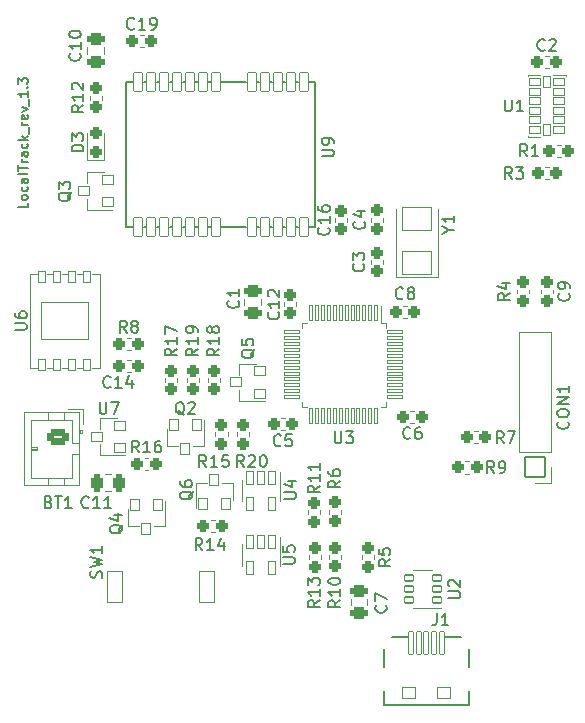
<source format=gbr>
%TF.GenerationSoftware,KiCad,Pcbnew,6.0.11+dfsg-1*%
%TF.CreationDate,2024-04-11T02:19:39+03:00*%
%TF.ProjectId,LocalTrack,4c6f6361-6c54-4726-9163-6b2e6b696361,1.3*%
%TF.SameCoordinates,PX7270e00PY47868c0*%
%TF.FileFunction,Legend,Top*%
%TF.FilePolarity,Positive*%
%FSLAX46Y46*%
G04 Gerber Fmt 4.6, Leading zero omitted, Abs format (unit mm)*
G04 Created by KiCad (PCBNEW 6.0.11+dfsg-1) date 2024-04-11 02:19:39*
%MOMM*%
%LPD*%
G01*
G04 APERTURE LIST*
G04 Aperture macros list*
%AMRoundRect*
0 Rectangle with rounded corners*
0 $1 Rounding radius*
0 $2 $3 $4 $5 $6 $7 $8 $9 X,Y pos of 4 corners*
0 Add a 4 corners polygon primitive as box body*
4,1,4,$2,$3,$4,$5,$6,$7,$8,$9,$2,$3,0*
0 Add four circle primitives for the rounded corners*
1,1,$1+$1,$2,$3*
1,1,$1+$1,$4,$5*
1,1,$1+$1,$6,$7*
1,1,$1+$1,$8,$9*
0 Add four rect primitives between the rounded corners*
20,1,$1+$1,$2,$3,$4,$5,0*
20,1,$1+$1,$4,$5,$6,$7,0*
20,1,$1+$1,$6,$7,$8,$9,0*
20,1,$1+$1,$8,$9,$2,$3,0*%
G04 Aperture macros list end*
%ADD10C,0.150000*%
%ADD11C,0.120000*%
%ADD12C,0.700000*%
%ADD13RoundRect,0.050000X-0.200000X-0.950000X0.200000X-0.950000X0.200000X0.950000X-0.200000X0.950000X0*%
%ADD14RoundRect,0.050000X-0.550000X-0.500000X0.550000X-0.500000X0.550000X0.500000X-0.550000X0.500000X0*%
%ADD15O,1.200000X1.900000*%
%ADD16RoundRect,0.050000X-0.300000X0.500000X-0.300000X-0.500000X0.300000X-0.500000X0.300000X0.500000X0*%
%ADD17RoundRect,0.050000X-2.000000X1.600000X-2.000000X-1.600000X2.000000X-1.600000X2.000000X1.600000X0*%
%ADD18RoundRect,0.050000X0.350000X-0.800000X0.350000X0.800000X-0.350000X0.800000X-0.350000X-0.800000X0*%
%ADD19C,3.300000*%
%ADD20RoundRect,0.268750X-0.218750X-0.256250X0.218750X-0.256250X0.218750X0.256250X-0.218750X0.256250X0*%
%ADD21RoundRect,0.050000X0.350000X0.255000X-0.350000X0.255000X-0.350000X-0.255000X0.350000X-0.255000X0*%
%ADD22RoundRect,0.268750X0.256250X-0.218750X0.256250X0.218750X-0.256250X0.218750X-0.256250X-0.218750X0*%
%ADD23RoundRect,0.268750X0.218750X0.256250X-0.218750X0.256250X-0.218750X-0.256250X0.218750X-0.256250X0*%
%ADD24RoundRect,0.050000X-0.125000X0.650000X-0.125000X-0.650000X0.125000X-0.650000X0.125000X0.650000X0*%
%ADD25RoundRect,0.050000X-0.650000X-0.125000X0.650000X-0.125000X0.650000X0.125000X-0.650000X0.125000X0*%
%ADD26RoundRect,0.050000X-0.325000X0.530000X-0.325000X-0.530000X0.325000X-0.530000X0.325000X0.530000X0*%
%ADD27RoundRect,0.268750X-0.256250X0.218750X-0.256250X-0.218750X0.256250X-0.218750X0.256250X0.218750X0*%
%ADD28RoundRect,0.050000X0.450000X0.400000X-0.450000X0.400000X-0.450000X-0.400000X0.450000X-0.400000X0*%
%ADD29RoundRect,0.050000X0.850000X0.850000X-0.850000X0.850000X-0.850000X-0.850000X0.850000X-0.850000X0*%
%ADD30O,1.800000X1.800000*%
%ADD31RoundRect,0.050000X0.475000X0.300000X-0.475000X0.300000X-0.475000X-0.300000X0.475000X-0.300000X0*%
%ADD32RoundRect,0.050000X0.300000X0.475000X-0.300000X0.475000X-0.300000X-0.475000X0.300000X-0.475000X0*%
%ADD33RoundRect,0.050000X1.200000X-1.000000X1.200000X1.000000X-1.200000X1.000000X-1.200000X-1.000000X0*%
%ADD34RoundRect,0.293750X0.456250X-0.243750X0.456250X0.243750X-0.456250X0.243750X-0.456250X-0.243750X0*%
%ADD35RoundRect,0.293750X-0.456250X0.243750X-0.456250X-0.243750X0.456250X-0.243750X0.456250X0.243750X0*%
%ADD36RoundRect,0.050000X-0.400000X0.450000X-0.400000X-0.450000X0.400000X-0.450000X0.400000X0.450000X0*%
%ADD37RoundRect,0.299600X-0.625400X0.350400X-0.625400X-0.350400X0.625400X-0.350400X0.625400X0.350400X0*%
%ADD38O,1.850000X1.300000*%
%ADD39RoundRect,0.050000X0.400000X-0.450000X0.400000X0.450000X-0.400000X0.450000X-0.400000X-0.450000X0*%
%ADD40RoundRect,0.293750X-0.243750X-0.456250X0.243750X-0.456250X0.243750X0.456250X-0.243750X0.456250X0*%
%ADD41RoundRect,0.050000X-0.650000X-1.300000X0.650000X-1.300000X0.650000X1.300000X-0.650000X1.300000X0*%
%ADD42C,1.600000*%
G04 APERTURE END LIST*
D10*
X2761904Y-32466666D02*
X2761904Y-32847619D01*
X1961904Y-32847619D01*
X2761904Y-32085714D02*
X2723809Y-32161904D01*
X2685714Y-32200000D01*
X2609523Y-32238095D01*
X2380952Y-32238095D01*
X2304761Y-32200000D01*
X2266666Y-32161904D01*
X2228571Y-32085714D01*
X2228571Y-31971428D01*
X2266666Y-31895238D01*
X2304761Y-31857142D01*
X2380952Y-31819047D01*
X2609523Y-31819047D01*
X2685714Y-31857142D01*
X2723809Y-31895238D01*
X2761904Y-31971428D01*
X2761904Y-32085714D01*
X2723809Y-31133333D02*
X2761904Y-31209523D01*
X2761904Y-31361904D01*
X2723809Y-31438095D01*
X2685714Y-31476190D01*
X2609523Y-31514285D01*
X2380952Y-31514285D01*
X2304761Y-31476190D01*
X2266666Y-31438095D01*
X2228571Y-31361904D01*
X2228571Y-31209523D01*
X2266666Y-31133333D01*
X2761904Y-30447619D02*
X2342857Y-30447619D01*
X2266666Y-30485714D01*
X2228571Y-30561904D01*
X2228571Y-30714285D01*
X2266666Y-30790476D01*
X2723809Y-30447619D02*
X2761904Y-30523809D01*
X2761904Y-30714285D01*
X2723809Y-30790476D01*
X2647619Y-30828571D01*
X2571428Y-30828571D01*
X2495238Y-30790476D01*
X2457142Y-30714285D01*
X2457142Y-30523809D01*
X2419047Y-30447619D01*
X2761904Y-29952380D02*
X2723809Y-30028571D01*
X2647619Y-30066666D01*
X1961904Y-30066666D01*
X1961904Y-29761904D02*
X1961904Y-29304761D01*
X2761904Y-29533333D02*
X1961904Y-29533333D01*
X2761904Y-29038095D02*
X2228571Y-29038095D01*
X2380952Y-29038095D02*
X2304761Y-29000000D01*
X2266666Y-28961904D01*
X2228571Y-28885714D01*
X2228571Y-28809523D01*
X2761904Y-28200000D02*
X2342857Y-28200000D01*
X2266666Y-28238095D01*
X2228571Y-28314285D01*
X2228571Y-28466666D01*
X2266666Y-28542857D01*
X2723809Y-28200000D02*
X2761904Y-28276190D01*
X2761904Y-28466666D01*
X2723809Y-28542857D01*
X2647619Y-28580952D01*
X2571428Y-28580952D01*
X2495238Y-28542857D01*
X2457142Y-28466666D01*
X2457142Y-28276190D01*
X2419047Y-28200000D01*
X2723809Y-27476190D02*
X2761904Y-27552380D01*
X2761904Y-27704761D01*
X2723809Y-27780952D01*
X2685714Y-27819047D01*
X2609523Y-27857142D01*
X2380952Y-27857142D01*
X2304761Y-27819047D01*
X2266666Y-27780952D01*
X2228571Y-27704761D01*
X2228571Y-27552380D01*
X2266666Y-27476190D01*
X2761904Y-27133333D02*
X1961904Y-27133333D01*
X2457142Y-27057142D02*
X2761904Y-26828571D01*
X2228571Y-26828571D02*
X2533333Y-27133333D01*
X2838095Y-26676190D02*
X2838095Y-26066666D01*
X2761904Y-25876190D02*
X2228571Y-25876190D01*
X2380952Y-25876190D02*
X2304761Y-25838095D01*
X2266666Y-25800000D01*
X2228571Y-25723809D01*
X2228571Y-25647619D01*
X2723809Y-25076190D02*
X2761904Y-25152380D01*
X2761904Y-25304761D01*
X2723809Y-25380952D01*
X2647619Y-25419047D01*
X2342857Y-25419047D01*
X2266666Y-25380952D01*
X2228571Y-25304761D01*
X2228571Y-25152380D01*
X2266666Y-25076190D01*
X2342857Y-25038095D01*
X2419047Y-25038095D01*
X2495238Y-25419047D01*
X2228571Y-24771428D02*
X2761904Y-24580952D01*
X2228571Y-24390476D01*
X2838095Y-24276190D02*
X2838095Y-23666666D01*
X2761904Y-23057142D02*
X2761904Y-23514285D01*
X2761904Y-23285714D02*
X1961904Y-23285714D01*
X2076190Y-23361904D01*
X2152380Y-23438095D01*
X2190476Y-23514285D01*
X2685714Y-22714285D02*
X2723809Y-22676190D01*
X2761904Y-22714285D01*
X2723809Y-22752380D01*
X2685714Y-22714285D01*
X2761904Y-22714285D01*
X1961904Y-22409523D02*
X1961904Y-21914285D01*
X2266666Y-22180952D01*
X2266666Y-22066666D01*
X2304761Y-21990476D01*
X2342857Y-21952380D01*
X2419047Y-21914285D01*
X2609523Y-21914285D01*
X2685714Y-21952380D01*
X2723809Y-21990476D01*
X2761904Y-22066666D01*
X2761904Y-22295238D01*
X2723809Y-22371428D01*
X2685714Y-22409523D01*
X37366666Y-67252380D02*
X37366666Y-67966666D01*
X37319047Y-68109523D01*
X37223809Y-68204761D01*
X37080952Y-68252380D01*
X36985714Y-68252380D01*
X38366666Y-68252380D02*
X37795238Y-68252380D01*
X38080952Y-68252380D02*
X38080952Y-67252380D01*
X37985714Y-67395238D01*
X37890476Y-67490476D01*
X37795238Y-67538095D01*
X1652380Y-43261904D02*
X2461904Y-43261904D01*
X2557142Y-43214285D01*
X2604761Y-43166666D01*
X2652380Y-43071428D01*
X2652380Y-42880952D01*
X2604761Y-42785714D01*
X2557142Y-42738095D01*
X2461904Y-42690476D01*
X1652380Y-42690476D01*
X1652380Y-41785714D02*
X1652380Y-41976190D01*
X1700000Y-42071428D01*
X1747619Y-42119047D01*
X1890476Y-42214285D01*
X2080952Y-42261904D01*
X2461904Y-42261904D01*
X2557142Y-42214285D01*
X2604761Y-42166666D01*
X2652380Y-42071428D01*
X2652380Y-41880952D01*
X2604761Y-41785714D01*
X2557142Y-41738095D01*
X2461904Y-41690476D01*
X2223809Y-41690476D01*
X2128571Y-41738095D01*
X2080952Y-41785714D01*
X2033333Y-41880952D01*
X2033333Y-42071428D01*
X2080952Y-42166666D01*
X2128571Y-42214285D01*
X2223809Y-42261904D01*
X27652380Y-28561904D02*
X28461904Y-28561904D01*
X28557142Y-28514285D01*
X28604761Y-28466666D01*
X28652380Y-28371428D01*
X28652380Y-28180952D01*
X28604761Y-28085714D01*
X28557142Y-28038095D01*
X28461904Y-27990476D01*
X27652380Y-27990476D01*
X28652380Y-27466666D02*
X28652380Y-27276190D01*
X28604761Y-27180952D01*
X28557142Y-27133333D01*
X28414285Y-27038095D01*
X28223809Y-26990476D01*
X27842857Y-26990476D01*
X27747619Y-27038095D01*
X27700000Y-27085714D01*
X27652380Y-27180952D01*
X27652380Y-27371428D01*
X27700000Y-27466666D01*
X27747619Y-27514285D01*
X27842857Y-27561904D01*
X28080952Y-27561904D01*
X28176190Y-27514285D01*
X28223809Y-27466666D01*
X28271428Y-27371428D01*
X28271428Y-27180952D01*
X28223809Y-27085714D01*
X28176190Y-27038095D01*
X28080952Y-26990476D01*
X46520833Y-19527142D02*
X46473214Y-19574761D01*
X46330357Y-19622380D01*
X46235119Y-19622380D01*
X46092261Y-19574761D01*
X45997023Y-19479523D01*
X45949404Y-19384285D01*
X45901785Y-19193809D01*
X45901785Y-19050952D01*
X45949404Y-18860476D01*
X45997023Y-18765238D01*
X46092261Y-18670000D01*
X46235119Y-18622380D01*
X46330357Y-18622380D01*
X46473214Y-18670000D01*
X46520833Y-18717619D01*
X46901785Y-18717619D02*
X46949404Y-18670000D01*
X47044642Y-18622380D01*
X47282738Y-18622380D01*
X47377976Y-18670000D01*
X47425595Y-18717619D01*
X47473214Y-18812857D01*
X47473214Y-18908095D01*
X47425595Y-19050952D01*
X46854166Y-19622380D01*
X47473214Y-19622380D01*
X38352380Y-65961904D02*
X39161904Y-65961904D01*
X39257142Y-65914285D01*
X39304761Y-65866666D01*
X39352380Y-65771428D01*
X39352380Y-65580952D01*
X39304761Y-65485714D01*
X39257142Y-65438095D01*
X39161904Y-65390476D01*
X38352380Y-65390476D01*
X38447619Y-64961904D02*
X38400000Y-64914285D01*
X38352380Y-64819047D01*
X38352380Y-64580952D01*
X38400000Y-64485714D01*
X38447619Y-64438095D01*
X38542857Y-64390476D01*
X38638095Y-64390476D01*
X38780952Y-64438095D01*
X39352380Y-65009523D01*
X39352380Y-64390476D01*
X43552380Y-40166666D02*
X43076190Y-40500000D01*
X43552380Y-40738095D02*
X42552380Y-40738095D01*
X42552380Y-40357142D01*
X42600000Y-40261904D01*
X42647619Y-40214285D01*
X42742857Y-40166666D01*
X42885714Y-40166666D01*
X42980952Y-40214285D01*
X43028571Y-40261904D01*
X43076190Y-40357142D01*
X43076190Y-40738095D01*
X42885714Y-39309523D02*
X43552380Y-39309523D01*
X42504761Y-39547619D02*
X43219047Y-39785714D01*
X43219047Y-39166666D01*
X48557142Y-40166666D02*
X48604761Y-40214285D01*
X48652380Y-40357142D01*
X48652380Y-40452380D01*
X48604761Y-40595238D01*
X48509523Y-40690476D01*
X48414285Y-40738095D01*
X48223809Y-40785714D01*
X48080952Y-40785714D01*
X47890476Y-40738095D01*
X47795238Y-40690476D01*
X47700000Y-40595238D01*
X47652380Y-40452380D01*
X47652380Y-40357142D01*
X47700000Y-40214285D01*
X47747619Y-40166666D01*
X48652380Y-39690476D02*
X48652380Y-39500000D01*
X48604761Y-39404761D01*
X48557142Y-39357142D01*
X48414285Y-39261904D01*
X48223809Y-39214285D01*
X47842857Y-39214285D01*
X47747619Y-39261904D01*
X47700000Y-39309523D01*
X47652380Y-39404761D01*
X47652380Y-39595238D01*
X47700000Y-39690476D01*
X47747619Y-39738095D01*
X47842857Y-39785714D01*
X48080952Y-39785714D01*
X48176190Y-39738095D01*
X48223809Y-39690476D01*
X48271428Y-39595238D01*
X48271428Y-39404761D01*
X48223809Y-39309523D01*
X48176190Y-39261904D01*
X48080952Y-39214285D01*
X43733333Y-30452380D02*
X43400000Y-29976190D01*
X43161904Y-30452380D02*
X43161904Y-29452380D01*
X43542857Y-29452380D01*
X43638095Y-29500000D01*
X43685714Y-29547619D01*
X43733333Y-29642857D01*
X43733333Y-29785714D01*
X43685714Y-29880952D01*
X43638095Y-29928571D01*
X43542857Y-29976190D01*
X43161904Y-29976190D01*
X44066666Y-29452380D02*
X44685714Y-29452380D01*
X44352380Y-29833333D01*
X44495238Y-29833333D01*
X44590476Y-29880952D01*
X44638095Y-29928571D01*
X44685714Y-30023809D01*
X44685714Y-30261904D01*
X44638095Y-30357142D01*
X44590476Y-30404761D01*
X44495238Y-30452380D01*
X44209523Y-30452380D01*
X44114285Y-30404761D01*
X44066666Y-30357142D01*
X35133333Y-52387142D02*
X35085714Y-52434761D01*
X34942857Y-52482380D01*
X34847619Y-52482380D01*
X34704761Y-52434761D01*
X34609523Y-52339523D01*
X34561904Y-52244285D01*
X34514285Y-52053809D01*
X34514285Y-51910952D01*
X34561904Y-51720476D01*
X34609523Y-51625238D01*
X34704761Y-51530000D01*
X34847619Y-51482380D01*
X34942857Y-51482380D01*
X35085714Y-51530000D01*
X35133333Y-51577619D01*
X35990476Y-51482380D02*
X35800000Y-51482380D01*
X35704761Y-51530000D01*
X35657142Y-51577619D01*
X35561904Y-51720476D01*
X35514285Y-51910952D01*
X35514285Y-52291904D01*
X35561904Y-52387142D01*
X35609523Y-52434761D01*
X35704761Y-52482380D01*
X35895238Y-52482380D01*
X35990476Y-52434761D01*
X36038095Y-52387142D01*
X36085714Y-52291904D01*
X36085714Y-52053809D01*
X36038095Y-51958571D01*
X35990476Y-51910952D01*
X35895238Y-51863333D01*
X35704761Y-51863333D01*
X35609523Y-51910952D01*
X35561904Y-51958571D01*
X35514285Y-52053809D01*
X28738095Y-51852380D02*
X28738095Y-52661904D01*
X28785714Y-52757142D01*
X28833333Y-52804761D01*
X28928571Y-52852380D01*
X29119047Y-52852380D01*
X29214285Y-52804761D01*
X29261904Y-52757142D01*
X29309523Y-52661904D01*
X29309523Y-51852380D01*
X29690476Y-51852380D02*
X30309523Y-51852380D01*
X29976190Y-52233333D01*
X30119047Y-52233333D01*
X30214285Y-52280952D01*
X30261904Y-52328571D01*
X30309523Y-52423809D01*
X30309523Y-52661904D01*
X30261904Y-52757142D01*
X30214285Y-52804761D01*
X30119047Y-52852380D01*
X29833333Y-52852380D01*
X29738095Y-52804761D01*
X29690476Y-52757142D01*
X24352380Y-63061904D02*
X25161904Y-63061904D01*
X25257142Y-63014285D01*
X25304761Y-62966666D01*
X25352380Y-62871428D01*
X25352380Y-62680952D01*
X25304761Y-62585714D01*
X25257142Y-62538095D01*
X25161904Y-62490476D01*
X24352380Y-62490476D01*
X24352380Y-61538095D02*
X24352380Y-62014285D01*
X24828571Y-62061904D01*
X24780952Y-62014285D01*
X24733333Y-61919047D01*
X24733333Y-61680952D01*
X24780952Y-61585714D01*
X24828571Y-61538095D01*
X24923809Y-61490476D01*
X25161904Y-61490476D01*
X25257142Y-61538095D01*
X25304761Y-61585714D01*
X25352380Y-61680952D01*
X25352380Y-61919047D01*
X25304761Y-62014285D01*
X25257142Y-62061904D01*
X45033333Y-28552380D02*
X44700000Y-28076190D01*
X44461904Y-28552380D02*
X44461904Y-27552380D01*
X44842857Y-27552380D01*
X44938095Y-27600000D01*
X44985714Y-27647619D01*
X45033333Y-27742857D01*
X45033333Y-27885714D01*
X44985714Y-27980952D01*
X44938095Y-28028571D01*
X44842857Y-28076190D01*
X44461904Y-28076190D01*
X45985714Y-28552380D02*
X45414285Y-28552380D01*
X45700000Y-28552380D02*
X45700000Y-27552380D01*
X45604761Y-27695238D01*
X45509523Y-27790476D01*
X45414285Y-27838095D01*
X31157142Y-37654166D02*
X31204761Y-37701785D01*
X31252380Y-37844642D01*
X31252380Y-37939880D01*
X31204761Y-38082738D01*
X31109523Y-38177976D01*
X31014285Y-38225595D01*
X30823809Y-38273214D01*
X30680952Y-38273214D01*
X30490476Y-38225595D01*
X30395238Y-38177976D01*
X30300000Y-38082738D01*
X30252380Y-37939880D01*
X30252380Y-37844642D01*
X30300000Y-37701785D01*
X30347619Y-37654166D01*
X30252380Y-37320833D02*
X30252380Y-36701785D01*
X30633333Y-37035119D01*
X30633333Y-36892261D01*
X30680952Y-36797023D01*
X30728571Y-36749404D01*
X30823809Y-36701785D01*
X31061904Y-36701785D01*
X31157142Y-36749404D01*
X31204761Y-36797023D01*
X31252380Y-36892261D01*
X31252380Y-37177976D01*
X31204761Y-37273214D01*
X31157142Y-37320833D01*
X34520833Y-40557142D02*
X34473214Y-40604761D01*
X34330357Y-40652380D01*
X34235119Y-40652380D01*
X34092261Y-40604761D01*
X33997023Y-40509523D01*
X33949404Y-40414285D01*
X33901785Y-40223809D01*
X33901785Y-40080952D01*
X33949404Y-39890476D01*
X33997023Y-39795238D01*
X34092261Y-39700000D01*
X34235119Y-39652380D01*
X34330357Y-39652380D01*
X34473214Y-39700000D01*
X34520833Y-39747619D01*
X35092261Y-40080952D02*
X34997023Y-40033333D01*
X34949404Y-39985714D01*
X34901785Y-39890476D01*
X34901785Y-39842857D01*
X34949404Y-39747619D01*
X34997023Y-39700000D01*
X35092261Y-39652380D01*
X35282738Y-39652380D01*
X35377976Y-39700000D01*
X35425595Y-39747619D01*
X35473214Y-39842857D01*
X35473214Y-39890476D01*
X35425595Y-39985714D01*
X35377976Y-40033333D01*
X35282738Y-40080952D01*
X35092261Y-40080952D01*
X34997023Y-40128571D01*
X34949404Y-40176190D01*
X34901785Y-40271428D01*
X34901785Y-40461904D01*
X34949404Y-40557142D01*
X34997023Y-40604761D01*
X35092261Y-40652380D01*
X35282738Y-40652380D01*
X35377976Y-40604761D01*
X35425595Y-40557142D01*
X35473214Y-40461904D01*
X35473214Y-40271428D01*
X35425595Y-40176190D01*
X35377976Y-40128571D01*
X35282738Y-40080952D01*
X9757142Y-48057142D02*
X9709523Y-48104761D01*
X9566666Y-48152380D01*
X9471428Y-48152380D01*
X9328571Y-48104761D01*
X9233333Y-48009523D01*
X9185714Y-47914285D01*
X9138095Y-47723809D01*
X9138095Y-47580952D01*
X9185714Y-47390476D01*
X9233333Y-47295238D01*
X9328571Y-47200000D01*
X9471428Y-47152380D01*
X9566666Y-47152380D01*
X9709523Y-47200000D01*
X9757142Y-47247619D01*
X10709523Y-48152380D02*
X10138095Y-48152380D01*
X10423809Y-48152380D02*
X10423809Y-47152380D01*
X10328571Y-47295238D01*
X10233333Y-47390476D01*
X10138095Y-47438095D01*
X11566666Y-47485714D02*
X11566666Y-48152380D01*
X11328571Y-47104761D02*
X11090476Y-47819047D01*
X11709523Y-47819047D01*
X28207142Y-34592857D02*
X28254761Y-34640476D01*
X28302380Y-34783333D01*
X28302380Y-34878571D01*
X28254761Y-35021428D01*
X28159523Y-35116666D01*
X28064285Y-35164285D01*
X27873809Y-35211904D01*
X27730952Y-35211904D01*
X27540476Y-35164285D01*
X27445238Y-35116666D01*
X27350000Y-35021428D01*
X27302380Y-34878571D01*
X27302380Y-34783333D01*
X27350000Y-34640476D01*
X27397619Y-34592857D01*
X28302380Y-33640476D02*
X28302380Y-34211904D01*
X28302380Y-33926190D02*
X27302380Y-33926190D01*
X27445238Y-34021428D01*
X27540476Y-34116666D01*
X27588095Y-34211904D01*
X27302380Y-32783333D02*
X27302380Y-32973809D01*
X27350000Y-33069047D01*
X27397619Y-33116666D01*
X27540476Y-33211904D01*
X27730952Y-33259523D01*
X28111904Y-33259523D01*
X28207142Y-33211904D01*
X28254761Y-33164285D01*
X28302380Y-33069047D01*
X28302380Y-32878571D01*
X28254761Y-32783333D01*
X28207142Y-32735714D01*
X28111904Y-32688095D01*
X27873809Y-32688095D01*
X27778571Y-32735714D01*
X27730952Y-32783333D01*
X27683333Y-32878571D01*
X27683333Y-33069047D01*
X27730952Y-33164285D01*
X27778571Y-33211904D01*
X27873809Y-33259523D01*
X11757142Y-17727142D02*
X11709523Y-17774761D01*
X11566666Y-17822380D01*
X11471428Y-17822380D01*
X11328571Y-17774761D01*
X11233333Y-17679523D01*
X11185714Y-17584285D01*
X11138095Y-17393809D01*
X11138095Y-17250952D01*
X11185714Y-17060476D01*
X11233333Y-16965238D01*
X11328571Y-16870000D01*
X11471428Y-16822380D01*
X11566666Y-16822380D01*
X11709523Y-16870000D01*
X11757142Y-16917619D01*
X12709523Y-17822380D02*
X12138095Y-17822380D01*
X12423809Y-17822380D02*
X12423809Y-16822380D01*
X12328571Y-16965238D01*
X12233333Y-17060476D01*
X12138095Y-17108095D01*
X13185714Y-17822380D02*
X13376190Y-17822380D01*
X13471428Y-17774761D01*
X13519047Y-17727142D01*
X13614285Y-17584285D01*
X13661904Y-17393809D01*
X13661904Y-17012857D01*
X13614285Y-16917619D01*
X13566666Y-16870000D01*
X13471428Y-16822380D01*
X13280952Y-16822380D01*
X13185714Y-16870000D01*
X13138095Y-16917619D01*
X13090476Y-17012857D01*
X13090476Y-17250952D01*
X13138095Y-17346190D01*
X13185714Y-17393809D01*
X13280952Y-17441428D01*
X13471428Y-17441428D01*
X13566666Y-17393809D01*
X13614285Y-17346190D01*
X13661904Y-17250952D01*
X6447619Y-31595238D02*
X6400000Y-31690476D01*
X6304761Y-31785714D01*
X6161904Y-31928571D01*
X6114285Y-32023809D01*
X6114285Y-32119047D01*
X6352380Y-32071428D02*
X6304761Y-32166666D01*
X6209523Y-32261904D01*
X6019047Y-32309523D01*
X5685714Y-32309523D01*
X5495238Y-32261904D01*
X5400000Y-32166666D01*
X5352380Y-32071428D01*
X5352380Y-31880952D01*
X5400000Y-31785714D01*
X5495238Y-31690476D01*
X5685714Y-31642857D01*
X6019047Y-31642857D01*
X6209523Y-31690476D01*
X6304761Y-31785714D01*
X6352380Y-31880952D01*
X6352380Y-32071428D01*
X5352380Y-31309523D02*
X5352380Y-30690476D01*
X5733333Y-31023809D01*
X5733333Y-30880952D01*
X5780952Y-30785714D01*
X5828571Y-30738095D01*
X5923809Y-30690476D01*
X6161904Y-30690476D01*
X6257142Y-30738095D01*
X6304761Y-30785714D01*
X6352380Y-30880952D01*
X6352380Y-31166666D01*
X6304761Y-31261904D01*
X6257142Y-31309523D01*
X43033333Y-52852380D02*
X42700000Y-52376190D01*
X42461904Y-52852380D02*
X42461904Y-51852380D01*
X42842857Y-51852380D01*
X42938095Y-51900000D01*
X42985714Y-51947619D01*
X43033333Y-52042857D01*
X43033333Y-52185714D01*
X42985714Y-52280952D01*
X42938095Y-52328571D01*
X42842857Y-52376190D01*
X42461904Y-52376190D01*
X43366666Y-51852380D02*
X44033333Y-51852380D01*
X43604761Y-52852380D01*
X7452380Y-24230357D02*
X6976190Y-24563690D01*
X7452380Y-24801785D02*
X6452380Y-24801785D01*
X6452380Y-24420833D01*
X6500000Y-24325595D01*
X6547619Y-24277976D01*
X6642857Y-24230357D01*
X6785714Y-24230357D01*
X6880952Y-24277976D01*
X6928571Y-24325595D01*
X6976190Y-24420833D01*
X6976190Y-24801785D01*
X7452380Y-23277976D02*
X7452380Y-23849404D01*
X7452380Y-23563690D02*
X6452380Y-23563690D01*
X6595238Y-23658928D01*
X6690476Y-23754166D01*
X6738095Y-23849404D01*
X6547619Y-22897023D02*
X6500000Y-22849404D01*
X6452380Y-22754166D01*
X6452380Y-22516071D01*
X6500000Y-22420833D01*
X6547619Y-22373214D01*
X6642857Y-22325595D01*
X6738095Y-22325595D01*
X6880952Y-22373214D01*
X7452380Y-22944642D01*
X7452380Y-22325595D01*
X48457142Y-51014285D02*
X48504761Y-51061904D01*
X48552380Y-51204761D01*
X48552380Y-51300000D01*
X48504761Y-51442857D01*
X48409523Y-51538095D01*
X48314285Y-51585714D01*
X48123809Y-51633333D01*
X47980952Y-51633333D01*
X47790476Y-51585714D01*
X47695238Y-51538095D01*
X47600000Y-51442857D01*
X47552380Y-51300000D01*
X47552380Y-51204761D01*
X47600000Y-51061904D01*
X47647619Y-51014285D01*
X47552380Y-50395238D02*
X47552380Y-50204761D01*
X47600000Y-50109523D01*
X47695238Y-50014285D01*
X47885714Y-49966666D01*
X48219047Y-49966666D01*
X48409523Y-50014285D01*
X48504761Y-50109523D01*
X48552380Y-50204761D01*
X48552380Y-50395238D01*
X48504761Y-50490476D01*
X48409523Y-50585714D01*
X48219047Y-50633333D01*
X47885714Y-50633333D01*
X47695238Y-50585714D01*
X47600000Y-50490476D01*
X47552380Y-50395238D01*
X48552380Y-49538095D02*
X47552380Y-49538095D01*
X48552380Y-48966666D01*
X47552380Y-48966666D01*
X48552380Y-47966666D02*
X48552380Y-48538095D01*
X48552380Y-48252380D02*
X47552380Y-48252380D01*
X47695238Y-48347619D01*
X47790476Y-48442857D01*
X47838095Y-48538095D01*
X7452380Y-28138095D02*
X6452380Y-28138095D01*
X6452380Y-27900000D01*
X6500000Y-27757142D01*
X6595238Y-27661904D01*
X6690476Y-27614285D01*
X6880952Y-27566666D01*
X7023809Y-27566666D01*
X7214285Y-27614285D01*
X7309523Y-27661904D01*
X7404761Y-27757142D01*
X7452380Y-27900000D01*
X7452380Y-28138095D01*
X6452380Y-27233333D02*
X6452380Y-26614285D01*
X6833333Y-26947619D01*
X6833333Y-26804761D01*
X6880952Y-26709523D01*
X6928571Y-26661904D01*
X7023809Y-26614285D01*
X7261904Y-26614285D01*
X7357142Y-26661904D01*
X7404761Y-26709523D01*
X7452380Y-26804761D01*
X7452380Y-27090476D01*
X7404761Y-27185714D01*
X7357142Y-27233333D01*
X43138095Y-23752380D02*
X43138095Y-24561904D01*
X43185714Y-24657142D01*
X43233333Y-24704761D01*
X43328571Y-24752380D01*
X43519047Y-24752380D01*
X43614285Y-24704761D01*
X43661904Y-24657142D01*
X43709523Y-24561904D01*
X43709523Y-23752380D01*
X44709523Y-24752380D02*
X44138095Y-24752380D01*
X44423809Y-24752380D02*
X44423809Y-23752380D01*
X44328571Y-23895238D01*
X44233333Y-23990476D01*
X44138095Y-24038095D01*
X38376190Y-34776190D02*
X38852380Y-34776190D01*
X37852380Y-35109523D02*
X38376190Y-34776190D01*
X37852380Y-34442857D01*
X38852380Y-33585714D02*
X38852380Y-34157142D01*
X38852380Y-33871428D02*
X37852380Y-33871428D01*
X37995238Y-33966666D01*
X38090476Y-34061904D01*
X38138095Y-34157142D01*
X31227142Y-34079166D02*
X31274761Y-34126785D01*
X31322380Y-34269642D01*
X31322380Y-34364880D01*
X31274761Y-34507738D01*
X31179523Y-34602976D01*
X31084285Y-34650595D01*
X30893809Y-34698214D01*
X30750952Y-34698214D01*
X30560476Y-34650595D01*
X30465238Y-34602976D01*
X30370000Y-34507738D01*
X30322380Y-34364880D01*
X30322380Y-34269642D01*
X30370000Y-34126785D01*
X30417619Y-34079166D01*
X30655714Y-33222023D02*
X31322380Y-33222023D01*
X30274761Y-33460119D02*
X30989047Y-33698214D01*
X30989047Y-33079166D01*
X33452380Y-62666666D02*
X32976190Y-63000000D01*
X33452380Y-63238095D02*
X32452380Y-63238095D01*
X32452380Y-62857142D01*
X32500000Y-62761904D01*
X32547619Y-62714285D01*
X32642857Y-62666666D01*
X32785714Y-62666666D01*
X32880952Y-62714285D01*
X32928571Y-62761904D01*
X32976190Y-62857142D01*
X32976190Y-63238095D01*
X32452380Y-61761904D02*
X32452380Y-62238095D01*
X32928571Y-62285714D01*
X32880952Y-62238095D01*
X32833333Y-62142857D01*
X32833333Y-61904761D01*
X32880952Y-61809523D01*
X32928571Y-61761904D01*
X33023809Y-61714285D01*
X33261904Y-61714285D01*
X33357142Y-61761904D01*
X33404761Y-61809523D01*
X33452380Y-61904761D01*
X33452380Y-62142857D01*
X33404761Y-62238095D01*
X33357142Y-62285714D01*
X18952380Y-44842857D02*
X18476190Y-45176190D01*
X18952380Y-45414285D02*
X17952380Y-45414285D01*
X17952380Y-45033333D01*
X18000000Y-44938095D01*
X18047619Y-44890476D01*
X18142857Y-44842857D01*
X18285714Y-44842857D01*
X18380952Y-44890476D01*
X18428571Y-44938095D01*
X18476190Y-45033333D01*
X18476190Y-45414285D01*
X18952380Y-43890476D02*
X18952380Y-44461904D01*
X18952380Y-44176190D02*
X17952380Y-44176190D01*
X18095238Y-44271428D01*
X18190476Y-44366666D01*
X18238095Y-44461904D01*
X18380952Y-43319047D02*
X18333333Y-43414285D01*
X18285714Y-43461904D01*
X18190476Y-43509523D01*
X18142857Y-43509523D01*
X18047619Y-43461904D01*
X18000000Y-43414285D01*
X17952380Y-43319047D01*
X17952380Y-43128571D01*
X18000000Y-43033333D01*
X18047619Y-42985714D01*
X18142857Y-42938095D01*
X18190476Y-42938095D01*
X18285714Y-42985714D01*
X18333333Y-43033333D01*
X18380952Y-43128571D01*
X18380952Y-43319047D01*
X18428571Y-43414285D01*
X18476190Y-43461904D01*
X18571428Y-43509523D01*
X18761904Y-43509523D01*
X18857142Y-43461904D01*
X18904761Y-43414285D01*
X18952380Y-43319047D01*
X18952380Y-43128571D01*
X18904761Y-43033333D01*
X18857142Y-42985714D01*
X18761904Y-42938095D01*
X18571428Y-42938095D01*
X18476190Y-42985714D01*
X18428571Y-43033333D01*
X18380952Y-43128571D01*
X20557142Y-40766666D02*
X20604761Y-40814285D01*
X20652380Y-40957142D01*
X20652380Y-41052380D01*
X20604761Y-41195238D01*
X20509523Y-41290476D01*
X20414285Y-41338095D01*
X20223809Y-41385714D01*
X20080952Y-41385714D01*
X19890476Y-41338095D01*
X19795238Y-41290476D01*
X19700000Y-41195238D01*
X19652380Y-41052380D01*
X19652380Y-40957142D01*
X19700000Y-40814285D01*
X19747619Y-40766666D01*
X20652380Y-39814285D02*
X20652380Y-40385714D01*
X20652380Y-40100000D02*
X19652380Y-40100000D01*
X19795238Y-40195238D01*
X19890476Y-40290476D01*
X19938095Y-40385714D01*
X33057142Y-66566666D02*
X33104761Y-66614285D01*
X33152380Y-66757142D01*
X33152380Y-66852380D01*
X33104761Y-66995238D01*
X33009523Y-67090476D01*
X32914285Y-67138095D01*
X32723809Y-67185714D01*
X32580952Y-67185714D01*
X32390476Y-67138095D01*
X32295238Y-67090476D01*
X32200000Y-66995238D01*
X32152380Y-66852380D01*
X32152380Y-66757142D01*
X32200000Y-66614285D01*
X32247619Y-66566666D01*
X32152380Y-66233333D02*
X32152380Y-65566666D01*
X33152380Y-65995238D01*
X29202380Y-56016666D02*
X28726190Y-56350000D01*
X29202380Y-56588095D02*
X28202380Y-56588095D01*
X28202380Y-56207142D01*
X28250000Y-56111904D01*
X28297619Y-56064285D01*
X28392857Y-56016666D01*
X28535714Y-56016666D01*
X28630952Y-56064285D01*
X28678571Y-56111904D01*
X28726190Y-56207142D01*
X28726190Y-56588095D01*
X28202380Y-55159523D02*
X28202380Y-55350000D01*
X28250000Y-55445238D01*
X28297619Y-55492857D01*
X28440476Y-55588095D01*
X28630952Y-55635714D01*
X29011904Y-55635714D01*
X29107142Y-55588095D01*
X29154761Y-55540476D01*
X29202380Y-55445238D01*
X29202380Y-55254761D01*
X29154761Y-55159523D01*
X29107142Y-55111904D01*
X29011904Y-55064285D01*
X28773809Y-55064285D01*
X28678571Y-55111904D01*
X28630952Y-55159523D01*
X28583333Y-55254761D01*
X28583333Y-55445238D01*
X28630952Y-55540476D01*
X28678571Y-55588095D01*
X28773809Y-55635714D01*
X29202380Y-66142857D02*
X28726190Y-66476190D01*
X29202380Y-66714285D02*
X28202380Y-66714285D01*
X28202380Y-66333333D01*
X28250000Y-66238095D01*
X28297619Y-66190476D01*
X28392857Y-66142857D01*
X28535714Y-66142857D01*
X28630952Y-66190476D01*
X28678571Y-66238095D01*
X28726190Y-66333333D01*
X28726190Y-66714285D01*
X29202380Y-65190476D02*
X29202380Y-65761904D01*
X29202380Y-65476190D02*
X28202380Y-65476190D01*
X28345238Y-65571428D01*
X28440476Y-65666666D01*
X28488095Y-65761904D01*
X28202380Y-64571428D02*
X28202380Y-64476190D01*
X28250000Y-64380952D01*
X28297619Y-64333333D01*
X28392857Y-64285714D01*
X28583333Y-64238095D01*
X28821428Y-64238095D01*
X29011904Y-64285714D01*
X29107142Y-64333333D01*
X29154761Y-64380952D01*
X29202380Y-64476190D01*
X29202380Y-64571428D01*
X29154761Y-64666666D01*
X29107142Y-64714285D01*
X29011904Y-64761904D01*
X28821428Y-64809523D01*
X28583333Y-64809523D01*
X28392857Y-64761904D01*
X28297619Y-64714285D01*
X28250000Y-64666666D01*
X28202380Y-64571428D01*
X27452380Y-66142857D02*
X26976190Y-66476190D01*
X27452380Y-66714285D02*
X26452380Y-66714285D01*
X26452380Y-66333333D01*
X26500000Y-66238095D01*
X26547619Y-66190476D01*
X26642857Y-66142857D01*
X26785714Y-66142857D01*
X26880952Y-66190476D01*
X26928571Y-66238095D01*
X26976190Y-66333333D01*
X26976190Y-66714285D01*
X27452380Y-65190476D02*
X27452380Y-65761904D01*
X27452380Y-65476190D02*
X26452380Y-65476190D01*
X26595238Y-65571428D01*
X26690476Y-65666666D01*
X26738095Y-65761904D01*
X26452380Y-64857142D02*
X26452380Y-64238095D01*
X26833333Y-64571428D01*
X26833333Y-64428571D01*
X26880952Y-64333333D01*
X26928571Y-64285714D01*
X27023809Y-64238095D01*
X27261904Y-64238095D01*
X27357142Y-64285714D01*
X27404761Y-64333333D01*
X27452380Y-64428571D01*
X27452380Y-64714285D01*
X27404761Y-64809523D01*
X27357142Y-64857142D01*
X42233333Y-55352380D02*
X41900000Y-54876190D01*
X41661904Y-55352380D02*
X41661904Y-54352380D01*
X42042857Y-54352380D01*
X42138095Y-54400000D01*
X42185714Y-54447619D01*
X42233333Y-54542857D01*
X42233333Y-54685714D01*
X42185714Y-54780952D01*
X42138095Y-54828571D01*
X42042857Y-54876190D01*
X41661904Y-54876190D01*
X42709523Y-55352380D02*
X42900000Y-55352380D01*
X42995238Y-55304761D01*
X43042857Y-55257142D01*
X43138095Y-55114285D01*
X43185714Y-54923809D01*
X43185714Y-54542857D01*
X43138095Y-54447619D01*
X43090476Y-54400000D01*
X42995238Y-54352380D01*
X42804761Y-54352380D01*
X42709523Y-54400000D01*
X42661904Y-54447619D01*
X42614285Y-54542857D01*
X42614285Y-54780952D01*
X42661904Y-54876190D01*
X42709523Y-54923809D01*
X42804761Y-54971428D01*
X42995238Y-54971428D01*
X43090476Y-54923809D01*
X43138095Y-54876190D01*
X43185714Y-54780952D01*
X7157142Y-19842857D02*
X7204761Y-19890476D01*
X7252380Y-20033333D01*
X7252380Y-20128571D01*
X7204761Y-20271428D01*
X7109523Y-20366666D01*
X7014285Y-20414285D01*
X6823809Y-20461904D01*
X6680952Y-20461904D01*
X6490476Y-20414285D01*
X6395238Y-20366666D01*
X6300000Y-20271428D01*
X6252380Y-20128571D01*
X6252380Y-20033333D01*
X6300000Y-19890476D01*
X6347619Y-19842857D01*
X7252380Y-18890476D02*
X7252380Y-19461904D01*
X7252380Y-19176190D02*
X6252380Y-19176190D01*
X6395238Y-19271428D01*
X6490476Y-19366666D01*
X6538095Y-19461904D01*
X6252380Y-18271428D02*
X6252380Y-18176190D01*
X6300000Y-18080952D01*
X6347619Y-18033333D01*
X6442857Y-17985714D01*
X6633333Y-17938095D01*
X6871428Y-17938095D01*
X7061904Y-17985714D01*
X7157142Y-18033333D01*
X7204761Y-18080952D01*
X7252380Y-18176190D01*
X7252380Y-18271428D01*
X7204761Y-18366666D01*
X7157142Y-18414285D01*
X7061904Y-18461904D01*
X6871428Y-18509523D01*
X6633333Y-18509523D01*
X6442857Y-18461904D01*
X6347619Y-18414285D01*
X6300000Y-18366666D01*
X6252380Y-18271428D01*
X27452380Y-56442857D02*
X26976190Y-56776190D01*
X27452380Y-57014285D02*
X26452380Y-57014285D01*
X26452380Y-56633333D01*
X26500000Y-56538095D01*
X26547619Y-56490476D01*
X26642857Y-56442857D01*
X26785714Y-56442857D01*
X26880952Y-56490476D01*
X26928571Y-56538095D01*
X26976190Y-56633333D01*
X26976190Y-57014285D01*
X27452380Y-55490476D02*
X27452380Y-56061904D01*
X27452380Y-55776190D02*
X26452380Y-55776190D01*
X26595238Y-55871428D01*
X26690476Y-55966666D01*
X26738095Y-56061904D01*
X27452380Y-54538095D02*
X27452380Y-55109523D01*
X27452380Y-54823809D02*
X26452380Y-54823809D01*
X26595238Y-54919047D01*
X26690476Y-55014285D01*
X26738095Y-55109523D01*
X23957142Y-41742857D02*
X24004761Y-41790476D01*
X24052380Y-41933333D01*
X24052380Y-42028571D01*
X24004761Y-42171428D01*
X23909523Y-42266666D01*
X23814285Y-42314285D01*
X23623809Y-42361904D01*
X23480952Y-42361904D01*
X23290476Y-42314285D01*
X23195238Y-42266666D01*
X23100000Y-42171428D01*
X23052380Y-42028571D01*
X23052380Y-41933333D01*
X23100000Y-41790476D01*
X23147619Y-41742857D01*
X24052380Y-40790476D02*
X24052380Y-41361904D01*
X24052380Y-41076190D02*
X23052380Y-41076190D01*
X23195238Y-41171428D01*
X23290476Y-41266666D01*
X23338095Y-41361904D01*
X23147619Y-40409523D02*
X23100000Y-40361904D01*
X23052380Y-40266666D01*
X23052380Y-40028571D01*
X23100000Y-39933333D01*
X23147619Y-39885714D01*
X23242857Y-39838095D01*
X23338095Y-39838095D01*
X23480952Y-39885714D01*
X24052380Y-40457142D01*
X24052380Y-39838095D01*
X17152380Y-44842857D02*
X16676190Y-45176190D01*
X17152380Y-45414285D02*
X16152380Y-45414285D01*
X16152380Y-45033333D01*
X16200000Y-44938095D01*
X16247619Y-44890476D01*
X16342857Y-44842857D01*
X16485714Y-44842857D01*
X16580952Y-44890476D01*
X16628571Y-44938095D01*
X16676190Y-45033333D01*
X16676190Y-45414285D01*
X17152380Y-43890476D02*
X17152380Y-44461904D01*
X17152380Y-44176190D02*
X16152380Y-44176190D01*
X16295238Y-44271428D01*
X16390476Y-44366666D01*
X16438095Y-44461904D01*
X17152380Y-43414285D02*
X17152380Y-43223809D01*
X17104761Y-43128571D01*
X17057142Y-43080952D01*
X16914285Y-42985714D01*
X16723809Y-42938095D01*
X16342857Y-42938095D01*
X16247619Y-42985714D01*
X16200000Y-43033333D01*
X16152380Y-43128571D01*
X16152380Y-43319047D01*
X16200000Y-43414285D01*
X16247619Y-43461904D01*
X16342857Y-43509523D01*
X16580952Y-43509523D01*
X16676190Y-43461904D01*
X16723809Y-43414285D01*
X16771428Y-43319047D01*
X16771428Y-43128571D01*
X16723809Y-43033333D01*
X16676190Y-42985714D01*
X16580952Y-42938095D01*
X15352380Y-44842857D02*
X14876190Y-45176190D01*
X15352380Y-45414285D02*
X14352380Y-45414285D01*
X14352380Y-45033333D01*
X14400000Y-44938095D01*
X14447619Y-44890476D01*
X14542857Y-44842857D01*
X14685714Y-44842857D01*
X14780952Y-44890476D01*
X14828571Y-44938095D01*
X14876190Y-45033333D01*
X14876190Y-45414285D01*
X15352380Y-43890476D02*
X15352380Y-44461904D01*
X15352380Y-44176190D02*
X14352380Y-44176190D01*
X14495238Y-44271428D01*
X14590476Y-44366666D01*
X14638095Y-44461904D01*
X14352380Y-43557142D02*
X14352380Y-42890476D01*
X15352380Y-43319047D01*
X11133333Y-43472380D02*
X10800000Y-42996190D01*
X10561904Y-43472380D02*
X10561904Y-42472380D01*
X10942857Y-42472380D01*
X11038095Y-42520000D01*
X11085714Y-42567619D01*
X11133333Y-42662857D01*
X11133333Y-42805714D01*
X11085714Y-42900952D01*
X11038095Y-42948571D01*
X10942857Y-42996190D01*
X10561904Y-42996190D01*
X11704761Y-42900952D02*
X11609523Y-42853333D01*
X11561904Y-42805714D01*
X11514285Y-42710476D01*
X11514285Y-42662857D01*
X11561904Y-42567619D01*
X11609523Y-42520000D01*
X11704761Y-42472380D01*
X11895238Y-42472380D01*
X11990476Y-42520000D01*
X12038095Y-42567619D01*
X12085714Y-42662857D01*
X12085714Y-42710476D01*
X12038095Y-42805714D01*
X11990476Y-42853333D01*
X11895238Y-42900952D01*
X11704761Y-42900952D01*
X11609523Y-42948571D01*
X11561904Y-42996190D01*
X11514285Y-43091428D01*
X11514285Y-43281904D01*
X11561904Y-43377142D01*
X11609523Y-43424761D01*
X11704761Y-43472380D01*
X11895238Y-43472380D01*
X11990476Y-43424761D01*
X12038095Y-43377142D01*
X12085714Y-43281904D01*
X12085714Y-43091428D01*
X12038095Y-42996190D01*
X11990476Y-42948571D01*
X11895238Y-42900952D01*
X17532142Y-61902380D02*
X17198809Y-61426190D01*
X16960714Y-61902380D02*
X16960714Y-60902380D01*
X17341666Y-60902380D01*
X17436904Y-60950000D01*
X17484523Y-60997619D01*
X17532142Y-61092857D01*
X17532142Y-61235714D01*
X17484523Y-61330952D01*
X17436904Y-61378571D01*
X17341666Y-61426190D01*
X16960714Y-61426190D01*
X18484523Y-61902380D02*
X17913095Y-61902380D01*
X18198809Y-61902380D02*
X18198809Y-60902380D01*
X18103571Y-61045238D01*
X18008333Y-61140476D01*
X17913095Y-61188095D01*
X19341666Y-61235714D02*
X19341666Y-61902380D01*
X19103571Y-60854761D02*
X18865476Y-61569047D01*
X19484523Y-61569047D01*
X24452380Y-57561904D02*
X25261904Y-57561904D01*
X25357142Y-57514285D01*
X25404761Y-57466666D01*
X25452380Y-57371428D01*
X25452380Y-57180952D01*
X25404761Y-57085714D01*
X25357142Y-57038095D01*
X25261904Y-56990476D01*
X24452380Y-56990476D01*
X24785714Y-56085714D02*
X25452380Y-56085714D01*
X24404761Y-56323809D02*
X25119047Y-56561904D01*
X25119047Y-55942857D01*
X10797619Y-59745238D02*
X10750000Y-59840476D01*
X10654761Y-59935714D01*
X10511904Y-60078571D01*
X10464285Y-60173809D01*
X10464285Y-60269047D01*
X10702380Y-60221428D02*
X10654761Y-60316666D01*
X10559523Y-60411904D01*
X10369047Y-60459523D01*
X10035714Y-60459523D01*
X9845238Y-60411904D01*
X9750000Y-60316666D01*
X9702380Y-60221428D01*
X9702380Y-60030952D01*
X9750000Y-59935714D01*
X9845238Y-59840476D01*
X10035714Y-59792857D01*
X10369047Y-59792857D01*
X10559523Y-59840476D01*
X10654761Y-59935714D01*
X10702380Y-60030952D01*
X10702380Y-60221428D01*
X10035714Y-58935714D02*
X10702380Y-58935714D01*
X9654761Y-59173809D02*
X10369047Y-59411904D01*
X10369047Y-58792857D01*
X4514285Y-57828571D02*
X4657142Y-57876190D01*
X4704761Y-57923809D01*
X4752380Y-58019047D01*
X4752380Y-58161904D01*
X4704761Y-58257142D01*
X4657142Y-58304761D01*
X4561904Y-58352380D01*
X4180952Y-58352380D01*
X4180952Y-57352380D01*
X4514285Y-57352380D01*
X4609523Y-57400000D01*
X4657142Y-57447619D01*
X4704761Y-57542857D01*
X4704761Y-57638095D01*
X4657142Y-57733333D01*
X4609523Y-57780952D01*
X4514285Y-57828571D01*
X4180952Y-57828571D01*
X5038095Y-57352380D02*
X5609523Y-57352380D01*
X5323809Y-58352380D02*
X5323809Y-57352380D01*
X6466666Y-58352380D02*
X5895238Y-58352380D01*
X6180952Y-58352380D02*
X6180952Y-57352380D01*
X6085714Y-57495238D01*
X5990476Y-57590476D01*
X5895238Y-57638095D01*
X24183333Y-53007142D02*
X24135714Y-53054761D01*
X23992857Y-53102380D01*
X23897619Y-53102380D01*
X23754761Y-53054761D01*
X23659523Y-52959523D01*
X23611904Y-52864285D01*
X23564285Y-52673809D01*
X23564285Y-52530952D01*
X23611904Y-52340476D01*
X23659523Y-52245238D01*
X23754761Y-52150000D01*
X23897619Y-52102380D01*
X23992857Y-52102380D01*
X24135714Y-52150000D01*
X24183333Y-52197619D01*
X25088095Y-52102380D02*
X24611904Y-52102380D01*
X24564285Y-52578571D01*
X24611904Y-52530952D01*
X24707142Y-52483333D01*
X24945238Y-52483333D01*
X25040476Y-52530952D01*
X25088095Y-52578571D01*
X25135714Y-52673809D01*
X25135714Y-52911904D01*
X25088095Y-53007142D01*
X25040476Y-53054761D01*
X24945238Y-53102380D01*
X24707142Y-53102380D01*
X24611904Y-53054761D01*
X24564285Y-53007142D01*
X16747619Y-56895238D02*
X16700000Y-56990476D01*
X16604761Y-57085714D01*
X16461904Y-57228571D01*
X16414285Y-57323809D01*
X16414285Y-57419047D01*
X16652380Y-57371428D02*
X16604761Y-57466666D01*
X16509523Y-57561904D01*
X16319047Y-57609523D01*
X15985714Y-57609523D01*
X15795238Y-57561904D01*
X15700000Y-57466666D01*
X15652380Y-57371428D01*
X15652380Y-57180952D01*
X15700000Y-57085714D01*
X15795238Y-56990476D01*
X15985714Y-56942857D01*
X16319047Y-56942857D01*
X16509523Y-56990476D01*
X16604761Y-57085714D01*
X16652380Y-57180952D01*
X16652380Y-57371428D01*
X15652380Y-56085714D02*
X15652380Y-56276190D01*
X15700000Y-56371428D01*
X15747619Y-56419047D01*
X15890476Y-56514285D01*
X16080952Y-56561904D01*
X16461904Y-56561904D01*
X16557142Y-56514285D01*
X16604761Y-56466666D01*
X16652380Y-56371428D01*
X16652380Y-56180952D01*
X16604761Y-56085714D01*
X16557142Y-56038095D01*
X16461904Y-55990476D01*
X16223809Y-55990476D01*
X16128571Y-56038095D01*
X16080952Y-56085714D01*
X16033333Y-56180952D01*
X16033333Y-56371428D01*
X16080952Y-56466666D01*
X16128571Y-56514285D01*
X16223809Y-56561904D01*
X8838095Y-49352380D02*
X8838095Y-50161904D01*
X8885714Y-50257142D01*
X8933333Y-50304761D01*
X9028571Y-50352380D01*
X9219047Y-50352380D01*
X9314285Y-50304761D01*
X9361904Y-50257142D01*
X9409523Y-50161904D01*
X9409523Y-49352380D01*
X9790476Y-49352380D02*
X10457142Y-49352380D01*
X10028571Y-50352380D01*
X21947619Y-44895238D02*
X21900000Y-44990476D01*
X21804761Y-45085714D01*
X21661904Y-45228571D01*
X21614285Y-45323809D01*
X21614285Y-45419047D01*
X21852380Y-45371428D02*
X21804761Y-45466666D01*
X21709523Y-45561904D01*
X21519047Y-45609523D01*
X21185714Y-45609523D01*
X20995238Y-45561904D01*
X20900000Y-45466666D01*
X20852380Y-45371428D01*
X20852380Y-45180952D01*
X20900000Y-45085714D01*
X20995238Y-44990476D01*
X21185714Y-44942857D01*
X21519047Y-44942857D01*
X21709523Y-44990476D01*
X21804761Y-45085714D01*
X21852380Y-45180952D01*
X21852380Y-45371428D01*
X20852380Y-44038095D02*
X20852380Y-44514285D01*
X21328571Y-44561904D01*
X21280952Y-44514285D01*
X21233333Y-44419047D01*
X21233333Y-44180952D01*
X21280952Y-44085714D01*
X21328571Y-44038095D01*
X21423809Y-43990476D01*
X21661904Y-43990476D01*
X21757142Y-44038095D01*
X21804761Y-44085714D01*
X21852380Y-44180952D01*
X21852380Y-44419047D01*
X21804761Y-44514285D01*
X21757142Y-44561904D01*
X7907142Y-58257142D02*
X7859523Y-58304761D01*
X7716666Y-58352380D01*
X7621428Y-58352380D01*
X7478571Y-58304761D01*
X7383333Y-58209523D01*
X7335714Y-58114285D01*
X7288095Y-57923809D01*
X7288095Y-57780952D01*
X7335714Y-57590476D01*
X7383333Y-57495238D01*
X7478571Y-57400000D01*
X7621428Y-57352380D01*
X7716666Y-57352380D01*
X7859523Y-57400000D01*
X7907142Y-57447619D01*
X8859523Y-58352380D02*
X8288095Y-58352380D01*
X8573809Y-58352380D02*
X8573809Y-57352380D01*
X8478571Y-57495238D01*
X8383333Y-57590476D01*
X8288095Y-57638095D01*
X9811904Y-58352380D02*
X9240476Y-58352380D01*
X9526190Y-58352380D02*
X9526190Y-57352380D01*
X9430952Y-57495238D01*
X9335714Y-57590476D01*
X9240476Y-57638095D01*
X9004761Y-64233333D02*
X9052380Y-64090476D01*
X9052380Y-63852380D01*
X9004761Y-63757142D01*
X8957142Y-63709523D01*
X8861904Y-63661904D01*
X8766666Y-63661904D01*
X8671428Y-63709523D01*
X8623809Y-63757142D01*
X8576190Y-63852380D01*
X8528571Y-64042857D01*
X8480952Y-64138095D01*
X8433333Y-64185714D01*
X8338095Y-64233333D01*
X8242857Y-64233333D01*
X8147619Y-64185714D01*
X8100000Y-64138095D01*
X8052380Y-64042857D01*
X8052380Y-63804761D01*
X8100000Y-63661904D01*
X8052380Y-63328571D02*
X9052380Y-63090476D01*
X8338095Y-62900000D01*
X9052380Y-62709523D01*
X8052380Y-62471428D01*
X9052380Y-61566666D02*
X9052380Y-62138095D01*
X9052380Y-61852380D02*
X8052380Y-61852380D01*
X8195238Y-61947619D01*
X8290476Y-62042857D01*
X8338095Y-62138095D01*
X12157142Y-53622380D02*
X11823809Y-53146190D01*
X11585714Y-53622380D02*
X11585714Y-52622380D01*
X11966666Y-52622380D01*
X12061904Y-52670000D01*
X12109523Y-52717619D01*
X12157142Y-52812857D01*
X12157142Y-52955714D01*
X12109523Y-53050952D01*
X12061904Y-53098571D01*
X11966666Y-53146190D01*
X11585714Y-53146190D01*
X13109523Y-53622380D02*
X12538095Y-53622380D01*
X12823809Y-53622380D02*
X12823809Y-52622380D01*
X12728571Y-52765238D01*
X12633333Y-52860476D01*
X12538095Y-52908095D01*
X13966666Y-52622380D02*
X13776190Y-52622380D01*
X13680952Y-52670000D01*
X13633333Y-52717619D01*
X13538095Y-52860476D01*
X13490476Y-53050952D01*
X13490476Y-53431904D01*
X13538095Y-53527142D01*
X13585714Y-53574761D01*
X13680952Y-53622380D01*
X13871428Y-53622380D01*
X13966666Y-53574761D01*
X14014285Y-53527142D01*
X14061904Y-53431904D01*
X14061904Y-53193809D01*
X14014285Y-53098571D01*
X13966666Y-53050952D01*
X13871428Y-53003333D01*
X13680952Y-53003333D01*
X13585714Y-53050952D01*
X13538095Y-53098571D01*
X13490476Y-53193809D01*
X21057142Y-54852380D02*
X20723809Y-54376190D01*
X20485714Y-54852380D02*
X20485714Y-53852380D01*
X20866666Y-53852380D01*
X20961904Y-53900000D01*
X21009523Y-53947619D01*
X21057142Y-54042857D01*
X21057142Y-54185714D01*
X21009523Y-54280952D01*
X20961904Y-54328571D01*
X20866666Y-54376190D01*
X20485714Y-54376190D01*
X21438095Y-53947619D02*
X21485714Y-53900000D01*
X21580952Y-53852380D01*
X21819047Y-53852380D01*
X21914285Y-53900000D01*
X21961904Y-53947619D01*
X22009523Y-54042857D01*
X22009523Y-54138095D01*
X21961904Y-54280952D01*
X21390476Y-54852380D01*
X22009523Y-54852380D01*
X22628571Y-53852380D02*
X22723809Y-53852380D01*
X22819047Y-53900000D01*
X22866666Y-53947619D01*
X22914285Y-54042857D01*
X22961904Y-54233333D01*
X22961904Y-54471428D01*
X22914285Y-54661904D01*
X22866666Y-54757142D01*
X22819047Y-54804761D01*
X22723809Y-54852380D01*
X22628571Y-54852380D01*
X22533333Y-54804761D01*
X22485714Y-54757142D01*
X22438095Y-54661904D01*
X22390476Y-54471428D01*
X22390476Y-54233333D01*
X22438095Y-54042857D01*
X22485714Y-53947619D01*
X22533333Y-53900000D01*
X22628571Y-53852380D01*
X17857142Y-54852380D02*
X17523809Y-54376190D01*
X17285714Y-54852380D02*
X17285714Y-53852380D01*
X17666666Y-53852380D01*
X17761904Y-53900000D01*
X17809523Y-53947619D01*
X17857142Y-54042857D01*
X17857142Y-54185714D01*
X17809523Y-54280952D01*
X17761904Y-54328571D01*
X17666666Y-54376190D01*
X17285714Y-54376190D01*
X18809523Y-54852380D02*
X18238095Y-54852380D01*
X18523809Y-54852380D02*
X18523809Y-53852380D01*
X18428571Y-53995238D01*
X18333333Y-54090476D01*
X18238095Y-54138095D01*
X19714285Y-53852380D02*
X19238095Y-53852380D01*
X19190476Y-54328571D01*
X19238095Y-54280952D01*
X19333333Y-54233333D01*
X19571428Y-54233333D01*
X19666666Y-54280952D01*
X19714285Y-54328571D01*
X19761904Y-54423809D01*
X19761904Y-54661904D01*
X19714285Y-54757142D01*
X19666666Y-54804761D01*
X19571428Y-54852380D01*
X19333333Y-54852380D01*
X19238095Y-54804761D01*
X19190476Y-54757142D01*
X16004761Y-50447619D02*
X15909523Y-50400000D01*
X15814285Y-50304761D01*
X15671428Y-50161904D01*
X15576190Y-50114285D01*
X15480952Y-50114285D01*
X15528571Y-50352380D02*
X15433333Y-50304761D01*
X15338095Y-50209523D01*
X15290476Y-50019047D01*
X15290476Y-49685714D01*
X15338095Y-49495238D01*
X15433333Y-49400000D01*
X15528571Y-49352380D01*
X15719047Y-49352380D01*
X15814285Y-49400000D01*
X15909523Y-49495238D01*
X15957142Y-49685714D01*
X15957142Y-50019047D01*
X15909523Y-50209523D01*
X15814285Y-50304761D01*
X15719047Y-50352380D01*
X15528571Y-50352380D01*
X16338095Y-49447619D02*
X16385714Y-49400000D01*
X16480952Y-49352380D01*
X16719047Y-49352380D01*
X16814285Y-49400000D01*
X16861904Y-49447619D01*
X16909523Y-49542857D01*
X16909523Y-49638095D01*
X16861904Y-49780952D01*
X16290476Y-50352380D01*
X16909523Y-50352380D01*
X40100000Y-70300000D02*
X40100000Y-71800000D01*
X40100000Y-73800000D02*
X40100000Y-75000000D01*
X38100000Y-69280000D02*
X39450000Y-69280000D01*
X33550000Y-69280000D02*
X34900000Y-69280000D01*
X32900000Y-75000000D02*
X40100000Y-75000000D01*
X32900000Y-73800000D02*
X32900000Y-75000000D01*
X32900000Y-70300000D02*
X32900000Y-71800000D01*
D11*
X3580000Y-38500000D02*
X2905000Y-38500000D01*
X4855000Y-38500000D02*
X4405000Y-38500000D01*
X6130000Y-38500000D02*
X5655000Y-38500000D01*
X8905000Y-38500000D02*
X8205000Y-38500000D01*
X7405000Y-38500000D02*
X6930000Y-38500000D01*
X8905000Y-46500000D02*
X8905000Y-38500000D01*
X2905000Y-38500000D02*
X2905000Y-46500000D01*
X4405000Y-46500000D02*
X4855000Y-46500000D01*
X2905000Y-46500000D02*
X3580000Y-46500000D01*
X8205000Y-46500000D02*
X8905000Y-46500000D01*
X6930000Y-46500000D02*
X7405000Y-46500000D01*
X5680000Y-46500000D02*
X6130000Y-46500000D01*
D10*
X27100000Y-34500000D02*
X27100000Y-22300000D01*
X11100000Y-34500000D02*
X11100000Y-22300000D01*
X26550000Y-34500000D02*
X27100000Y-34500000D01*
X25450000Y-34500000D02*
X25650000Y-34500000D01*
X14750000Y-34500000D02*
X14950000Y-34500000D01*
X13650000Y-34500000D02*
X13850000Y-34500000D01*
X12550000Y-34500000D02*
X12750000Y-34500000D01*
X11100000Y-34500000D02*
X11650000Y-34500000D01*
X15850000Y-34500000D02*
X16050000Y-34500000D01*
X16950000Y-34500000D02*
X17150000Y-34500000D01*
X18050000Y-34500000D02*
X18250000Y-34500000D01*
X19150000Y-34500000D02*
X21250000Y-34500000D01*
X22150000Y-34500000D02*
X22350000Y-34500000D01*
X23250000Y-34500000D02*
X23450000Y-34500000D01*
X24350000Y-34500000D02*
X24550000Y-34500000D01*
X22150000Y-22300000D02*
X22350000Y-22300000D01*
X15850000Y-22300000D02*
X16050000Y-22300000D01*
X13650000Y-22300000D02*
X13850000Y-22300000D01*
X12550000Y-22300000D02*
X12750000Y-22300000D01*
X14750000Y-22300000D02*
X14950000Y-22300000D01*
X23250000Y-22300000D02*
X23450000Y-22300000D01*
X24350000Y-22300000D02*
X24550000Y-22300000D01*
X25450000Y-22300000D02*
X25650000Y-22300000D01*
X18050000Y-22300000D02*
X18250000Y-22300000D01*
X16950000Y-22300000D02*
X17150000Y-22300000D01*
X19150000Y-22300000D02*
X21250000Y-22300000D01*
X26550000Y-22300000D02*
X27100000Y-22300000D01*
X11100000Y-22300000D02*
X11650000Y-22300000D01*
D11*
X46524721Y-20090000D02*
X46850279Y-20090000D01*
X46524721Y-21110000D02*
X46850279Y-21110000D01*
X37000000Y-63600000D02*
X35400000Y-63600000D01*
X35400000Y-66800000D02*
X37700000Y-66800000D01*
X45210000Y-40162779D02*
X45210000Y-39837221D01*
X44190000Y-40162779D02*
X44190000Y-39837221D01*
X47210000Y-40162779D02*
X47210000Y-39837221D01*
X46190000Y-40162779D02*
X46190000Y-39837221D01*
X46862779Y-30510000D02*
X46537221Y-30510000D01*
X46862779Y-29490000D02*
X46537221Y-29490000D01*
X35462779Y-51110000D02*
X35137221Y-51110000D01*
X35462779Y-50090000D02*
X35137221Y-50090000D01*
X25940000Y-49760000D02*
X26360000Y-49760000D01*
X25940000Y-49760000D02*
X25940000Y-49340000D01*
X33060000Y-49760000D02*
X33060000Y-49340000D01*
X33060000Y-49760000D02*
X32640000Y-49760000D01*
X25940000Y-42640000D02*
X25940000Y-43060000D01*
X33060000Y-42640000D02*
X33060000Y-43060000D01*
X25940000Y-42640000D02*
X26360000Y-42640000D01*
X33060000Y-42640000D02*
X32640000Y-42640000D01*
X32640000Y-42640000D02*
X32640000Y-41260000D01*
X20890000Y-61400000D02*
X20890000Y-63200000D01*
X24110000Y-63200000D02*
X24110000Y-60750000D01*
X47862779Y-28610000D02*
X47537221Y-28610000D01*
X47862779Y-27590000D02*
X47537221Y-27590000D01*
X32810000Y-37324721D02*
X32810000Y-37650279D01*
X31790000Y-37324721D02*
X31790000Y-37650279D01*
X34850279Y-41190000D02*
X34524721Y-41190000D01*
X34850279Y-42210000D02*
X34524721Y-42210000D01*
X11462779Y-45790000D02*
X11137221Y-45790000D01*
X11462779Y-46810000D02*
X11137221Y-46810000D01*
X29760000Y-34112779D02*
X29760000Y-33787221D01*
X28740000Y-34112779D02*
X28740000Y-33787221D01*
X12237221Y-18290000D02*
X12562779Y-18290000D01*
X12237221Y-19310000D02*
X12562779Y-19310000D01*
X7740000Y-29920000D02*
X9200000Y-29920000D01*
X7740000Y-29920000D02*
X7740000Y-30850000D01*
X7740000Y-33080000D02*
X9900000Y-33080000D01*
X7740000Y-33080000D02*
X7740000Y-32150000D01*
X40875279Y-52860000D02*
X40549721Y-52860000D01*
X40875279Y-51840000D02*
X40549721Y-51840000D01*
X9010000Y-23424721D02*
X9010000Y-23750279D01*
X7990000Y-23424721D02*
X7990000Y-23750279D01*
X47030000Y-54900000D02*
X47030000Y-56230000D01*
X44370000Y-53630000D02*
X44370000Y-43410000D01*
X47030000Y-56230000D02*
X45700000Y-56230000D01*
X47030000Y-53630000D02*
X44370000Y-53630000D01*
X47030000Y-53630000D02*
X47030000Y-43410000D01*
X47030000Y-43410000D02*
X44370000Y-43410000D01*
X7765000Y-26600000D02*
X7765000Y-28885000D01*
X9235000Y-28885000D02*
X9235000Y-26600000D01*
X7765000Y-28885000D02*
X9235000Y-28885000D01*
X48310000Y-21690000D02*
X48310000Y-21740000D01*
X46140000Y-26910000D02*
X45090000Y-26910000D01*
X47260000Y-21690000D02*
X48310000Y-21690000D01*
X45090000Y-21690000D02*
X45090000Y-21740000D01*
X46140000Y-21690000D02*
X45090000Y-21690000D01*
X45090000Y-26910000D02*
X45090000Y-26860000D01*
X37500000Y-38750000D02*
X37500000Y-33000000D01*
X33900000Y-33000000D02*
X33900000Y-38750000D01*
X33900000Y-38750000D02*
X37500000Y-38750000D01*
X31790000Y-34075279D02*
X31790000Y-33749721D01*
X32810000Y-34075279D02*
X32810000Y-33749721D01*
X31040000Y-62662779D02*
X31040000Y-62337221D01*
X32060000Y-62662779D02*
X32060000Y-62337221D01*
X17990000Y-47337221D02*
X17990000Y-47662779D01*
X19010000Y-47337221D02*
X19010000Y-47662779D01*
X22510000Y-41158578D02*
X22510000Y-40641422D01*
X21090000Y-41158578D02*
X21090000Y-40641422D01*
X30090000Y-66041422D02*
X30090000Y-66558578D01*
X31510000Y-66041422D02*
X31510000Y-66558578D01*
X28240000Y-58812779D02*
X28240000Y-58487221D01*
X29260000Y-58812779D02*
X29260000Y-58487221D01*
X29260000Y-62324721D02*
X29260000Y-62650279D01*
X28240000Y-62324721D02*
X28240000Y-62650279D01*
X26540000Y-62662779D02*
X26540000Y-62337221D01*
X27560000Y-62662779D02*
X27560000Y-62337221D01*
X40125279Y-54390000D02*
X39799721Y-54390000D01*
X40125279Y-55410000D02*
X39799721Y-55410000D01*
X7790000Y-19858578D02*
X7790000Y-19341422D01*
X9210000Y-19858578D02*
X9210000Y-19341422D01*
X27460000Y-58537221D02*
X27460000Y-58862779D01*
X26440000Y-58537221D02*
X26440000Y-58862779D01*
X25497500Y-40887221D02*
X25497500Y-41212779D01*
X24477500Y-40887221D02*
X24477500Y-41212779D01*
X17210000Y-47337221D02*
X17210000Y-47662779D01*
X16190000Y-47337221D02*
X16190000Y-47662779D01*
X14390000Y-47662779D02*
X14390000Y-47337221D01*
X15410000Y-47662779D02*
X15410000Y-47337221D01*
X11137221Y-44960000D02*
X11462779Y-44960000D01*
X11137221Y-43940000D02*
X11462779Y-43940000D01*
X18562779Y-60360000D02*
X18237221Y-60360000D01*
X18562779Y-59340000D02*
X18237221Y-59340000D01*
X24110000Y-57750000D02*
X24110000Y-55300000D01*
X20890000Y-55950000D02*
X20890000Y-57750000D01*
X11220000Y-59860000D02*
X12150000Y-59860000D01*
X11220000Y-59860000D02*
X11220000Y-58400000D01*
X14380000Y-59860000D02*
X13450000Y-59860000D01*
X14380000Y-59860000D02*
X14380000Y-57700000D01*
X7110000Y-52800000D02*
X6500000Y-52800000D01*
X7310000Y-52000000D02*
X7310000Y-51700000D01*
X2390000Y-56360000D02*
X7110000Y-56360000D01*
X6500000Y-53800000D02*
X7110000Y-53800000D01*
X6500000Y-52800000D02*
X6500000Y-50850000D01*
X2390000Y-50240000D02*
X2390000Y-56360000D01*
X6500000Y-50850000D02*
X3000000Y-50850000D01*
X3000000Y-50850000D02*
X3000000Y-55750000D01*
X3500000Y-53200000D02*
X3500000Y-53400000D01*
X6500000Y-55750000D02*
X6500000Y-53800000D01*
X4500000Y-56360000D02*
X4500000Y-55750000D01*
X7410000Y-51190000D02*
X7410000Y-49940000D01*
X3000000Y-53300000D02*
X3500000Y-53300000D01*
X7410000Y-49940000D02*
X6160000Y-49940000D01*
X4500000Y-50240000D02*
X4500000Y-50850000D01*
X7310000Y-51700000D02*
X7110000Y-51700000D01*
X3500000Y-53400000D02*
X3000000Y-53400000D01*
X5800000Y-50240000D02*
X5800000Y-50850000D01*
X7210000Y-52000000D02*
X7210000Y-51700000D01*
X5800000Y-56360000D02*
X5800000Y-55750000D01*
X7110000Y-56360000D02*
X7110000Y-50240000D01*
X3000000Y-53200000D02*
X3500000Y-53200000D01*
X7110000Y-52000000D02*
X7310000Y-52000000D01*
X7110000Y-50240000D02*
X2390000Y-50240000D01*
X3000000Y-55750000D02*
X6500000Y-55750000D01*
X24187221Y-50690000D02*
X24512779Y-50690000D01*
X24187221Y-51710000D02*
X24512779Y-51710000D01*
X16970000Y-56190000D02*
X16970000Y-58350000D01*
X20130000Y-56190000D02*
X20130000Y-57650000D01*
X16970000Y-56190000D02*
X17900000Y-56190000D01*
X20130000Y-56190000D02*
X19200000Y-56190000D01*
X8840000Y-53880000D02*
X8840000Y-52950000D01*
X8840000Y-53880000D02*
X11000000Y-53880000D01*
X8840000Y-50720000D02*
X10300000Y-50720000D01*
X8840000Y-50720000D02*
X8840000Y-51650000D01*
X20640000Y-46120000D02*
X22100000Y-46120000D01*
X20640000Y-49280000D02*
X22800000Y-49280000D01*
X20640000Y-49280000D02*
X20640000Y-48350000D01*
X20640000Y-46120000D02*
X20640000Y-47050000D01*
X9291422Y-55490000D02*
X9808578Y-55490000D01*
X9291422Y-56910000D02*
X9808578Y-56910000D01*
X12637221Y-55110000D02*
X12962779Y-55110000D01*
X12637221Y-54090000D02*
X12962779Y-54090000D01*
X21510000Y-52262779D02*
X21510000Y-51937221D01*
X20490000Y-52262779D02*
X20490000Y-51937221D01*
X18640000Y-51937221D02*
X18640000Y-52262779D01*
X19660000Y-51937221D02*
X19660000Y-52262779D01*
X17680000Y-53060000D02*
X16750000Y-53060000D01*
X14520000Y-53060000D02*
X15450000Y-53060000D01*
X14520000Y-53060000D02*
X14520000Y-51600000D01*
X17680000Y-53060000D02*
X17680000Y-50900000D01*
%LPC*%
D12*
X34500000Y-70700000D03*
X38500000Y-70700000D03*
D13*
X35200000Y-69800000D03*
X35850000Y-69800000D03*
X36500000Y-69800000D03*
X37150000Y-69800000D03*
X37800000Y-69800000D03*
D14*
X35000000Y-74000000D03*
X38000000Y-74000000D03*
D15*
X40100000Y-72800000D03*
X40100000Y-69300000D03*
X32900000Y-72800000D03*
X32900000Y-69300000D03*
D16*
X7805000Y-38750000D03*
X6535000Y-38750000D03*
X5265000Y-38750000D03*
X3995000Y-38750000D03*
X3995000Y-46250000D03*
X5265000Y-46250000D03*
X6535000Y-46250000D03*
X7805000Y-46250000D03*
D17*
X5900000Y-42500000D03*
D18*
X12100000Y-34500000D03*
X13200000Y-34500000D03*
X14300000Y-34500000D03*
X15400000Y-34500000D03*
X16500000Y-34500000D03*
X17600000Y-34500000D03*
X18700000Y-34500000D03*
X21700000Y-34500000D03*
X22800000Y-34500000D03*
X23900000Y-34500000D03*
X25000000Y-34500000D03*
X26100000Y-34500000D03*
X26100000Y-22300000D03*
X25000000Y-22300000D03*
X23900000Y-22300000D03*
X22800000Y-22300000D03*
X21700000Y-22300000D03*
X18700000Y-22300000D03*
X17600000Y-22300000D03*
X16500000Y-22300000D03*
X15400000Y-22300000D03*
X14300000Y-22300000D03*
X13200000Y-22300000D03*
X12100000Y-22300000D03*
D19*
X5000000Y-62500000D03*
X45000000Y-62500000D03*
X45000000Y-12500000D03*
X5000000Y-12500000D03*
D20*
X45900000Y-20600000D03*
X47475000Y-20600000D03*
D21*
X37360000Y-66150000D03*
X37360000Y-65200000D03*
X37360000Y-64250000D03*
X35040000Y-64250000D03*
X35040000Y-65200000D03*
X35040000Y-66150000D03*
D22*
X44700000Y-40787500D03*
X44700000Y-39212500D03*
X46700000Y-40787500D03*
X46700000Y-39212500D03*
D23*
X47487500Y-30000000D03*
X45912500Y-30000000D03*
X36087500Y-50600000D03*
X34512500Y-50600000D03*
D24*
X32250000Y-41850000D03*
X31750000Y-41850000D03*
X31250000Y-41850000D03*
X30750000Y-41850000D03*
X30250000Y-41850000D03*
X29750000Y-41850000D03*
X29250000Y-41850000D03*
X28750000Y-41850000D03*
X28250000Y-41850000D03*
X27750000Y-41850000D03*
X27250000Y-41850000D03*
X26750000Y-41850000D03*
D25*
X25150000Y-43450000D03*
X25150000Y-43950000D03*
X25150000Y-44450000D03*
X25150000Y-44950000D03*
X25150000Y-45450000D03*
X25150000Y-45950000D03*
X25150000Y-46450000D03*
X25150000Y-46950000D03*
X25150000Y-47450000D03*
X25150000Y-47950000D03*
X25150000Y-48450000D03*
X25150000Y-48950000D03*
D24*
X26750000Y-50550000D03*
X27250000Y-50550000D03*
X27750000Y-50550000D03*
X28250000Y-50550000D03*
X28750000Y-50550000D03*
X29250000Y-50550000D03*
X29750000Y-50550000D03*
X30250000Y-50550000D03*
X30750000Y-50550000D03*
X31250000Y-50550000D03*
X31750000Y-50550000D03*
X32250000Y-50550000D03*
D25*
X33850000Y-48950000D03*
X33850000Y-48450000D03*
X33850000Y-47950000D03*
X33850000Y-47450000D03*
X33850000Y-46950000D03*
X33850000Y-46450000D03*
X33850000Y-45950000D03*
X33850000Y-45450000D03*
X33850000Y-44950000D03*
X33850000Y-44450000D03*
X33850000Y-43950000D03*
X33850000Y-43450000D03*
D26*
X23450000Y-61200000D03*
X22500000Y-61200000D03*
X21550000Y-61200000D03*
X21550000Y-63400000D03*
X23450000Y-63400000D03*
D23*
X48487500Y-28100000D03*
X46912500Y-28100000D03*
D27*
X32300000Y-36700000D03*
X32300000Y-38275000D03*
D23*
X35475000Y-41700000D03*
X33900000Y-41700000D03*
X12087500Y-46300000D03*
X10512500Y-46300000D03*
D22*
X29250000Y-34737500D03*
X29250000Y-33162500D03*
D20*
X11612500Y-18800000D03*
X13187500Y-18800000D03*
D28*
X9500000Y-32450000D03*
X9500000Y-30550000D03*
X7500000Y-31500000D03*
D23*
X41500000Y-52350000D03*
X39925000Y-52350000D03*
D27*
X8500000Y-22800000D03*
X8500000Y-24375000D03*
D29*
X45700000Y-54900000D03*
D30*
X45700000Y-52360000D03*
X45700000Y-49820000D03*
X45700000Y-47280000D03*
X45700000Y-44740000D03*
D22*
X8500000Y-28187500D03*
X8500000Y-26612500D03*
D31*
X47700000Y-26300000D03*
X47700000Y-25500000D03*
X47700000Y-24700000D03*
X47700000Y-23900000D03*
X47700000Y-23100000D03*
X47700000Y-22300000D03*
D32*
X46700000Y-22300000D03*
D31*
X45700000Y-22300000D03*
X45700000Y-23100000D03*
X45700000Y-23900000D03*
X45700000Y-24700000D03*
X45700000Y-25500000D03*
X45700000Y-26300000D03*
D32*
X46700000Y-26300000D03*
D33*
X35700000Y-37550000D03*
X35700000Y-33850000D03*
D22*
X32300000Y-34700000D03*
X32300000Y-33125000D03*
X31550000Y-63287500D03*
X31550000Y-61712500D03*
D27*
X18500000Y-46712500D03*
X18500000Y-48287500D03*
D34*
X21800000Y-41837500D03*
X21800000Y-39962500D03*
D35*
X30800000Y-65362500D03*
X30800000Y-67237500D03*
D22*
X28750000Y-59437500D03*
X28750000Y-57862500D03*
D27*
X28750000Y-61700000D03*
X28750000Y-63275000D03*
D22*
X27050000Y-63287500D03*
X27050000Y-61712500D03*
D23*
X40750000Y-54900000D03*
X39175000Y-54900000D03*
D34*
X8500000Y-20537500D03*
X8500000Y-18662500D03*
D27*
X26950000Y-57912500D03*
X26950000Y-59487500D03*
X24987500Y-40262500D03*
X24987500Y-41837500D03*
X16700000Y-46712500D03*
X16700000Y-48287500D03*
D22*
X14900000Y-48287500D03*
X14900000Y-46712500D03*
D20*
X10512500Y-44450000D03*
X12087500Y-44450000D03*
D23*
X19187500Y-59850000D03*
X17612500Y-59850000D03*
D26*
X23450000Y-55750000D03*
X22500000Y-55750000D03*
X21550000Y-55750000D03*
X21550000Y-57950000D03*
X23450000Y-57950000D03*
D36*
X13750000Y-58100000D03*
X11850000Y-58100000D03*
X12800000Y-60100000D03*
D37*
X5300000Y-52300000D03*
D38*
X5300000Y-54300000D03*
D20*
X23562500Y-51200000D03*
X25137500Y-51200000D03*
D39*
X17600000Y-57950000D03*
X19500000Y-57950000D03*
X18550000Y-55950000D03*
D28*
X10600000Y-53250000D03*
X10600000Y-51350000D03*
X8600000Y-52300000D03*
X22400000Y-48650000D03*
X22400000Y-46750000D03*
X20400000Y-47700000D03*
D40*
X8612500Y-56200000D03*
X10487500Y-56200000D03*
D41*
X10100000Y-65000000D03*
X17900000Y-65000000D03*
D20*
X12012500Y-54600000D03*
X13587500Y-54600000D03*
D22*
X21000000Y-52887500D03*
X21000000Y-51312500D03*
D27*
X19150000Y-51312500D03*
X19150000Y-52887500D03*
D36*
X17050000Y-51300000D03*
X15150000Y-51300000D03*
X16100000Y-53300000D03*
D42*
X25000000Y-37500000D03*
M02*

</source>
